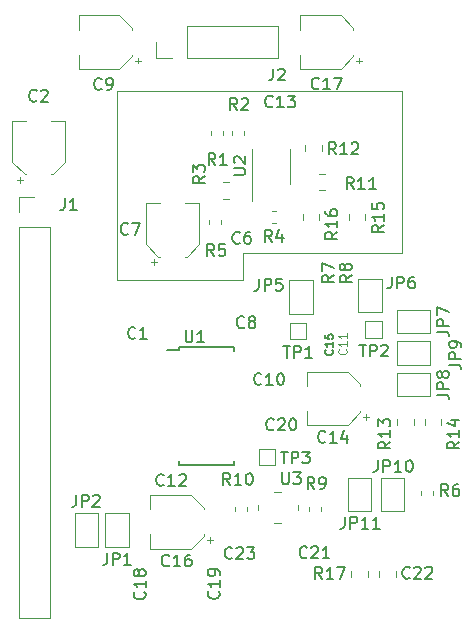
<source format=gbr>
G04 #@! TF.GenerationSoftware,KiCad,Pcbnew,(5.1.5)-3*
G04 #@! TF.CreationDate,2020-09-08T23:30:12-05:00*
G04 #@! TF.ProjectId,video-transceiver,76696465-6f2d-4747-9261-6e7363656976,rev?*
G04 #@! TF.SameCoordinates,Original*
G04 #@! TF.FileFunction,Legend,Top*
G04 #@! TF.FilePolarity,Positive*
%FSLAX46Y46*%
G04 Gerber Fmt 4.6, Leading zero omitted, Abs format (unit mm)*
G04 Created by KiCad (PCBNEW (5.1.5)-3) date 2020-09-08 23:30:12*
%MOMM*%
%LPD*%
G04 APERTURE LIST*
%ADD10C,0.120000*%
%ADD11C,0.150000*%
%ADD12C,0.125000*%
G04 APERTURE END LIST*
D10*
X134366000Y-65532000D02*
X136144000Y-65532000D01*
X134366000Y-81534000D02*
X134366000Y-65532000D01*
X145034000Y-81534000D02*
X134366000Y-81534000D01*
X145034000Y-79248000D02*
X145034000Y-81534000D01*
X158496000Y-79248000D02*
X145034000Y-79248000D01*
X158496000Y-65532000D02*
X158496000Y-79248000D01*
X136144000Y-65532000D02*
X158496000Y-65532000D01*
X144420000Y-100777221D02*
X144420000Y-101102779D01*
X145440000Y-100777221D02*
X145440000Y-101102779D01*
X149057000Y-71945500D02*
X149057000Y-70445500D01*
X149057000Y-71945500D02*
X149057000Y-73445500D01*
X145837000Y-71945500D02*
X145837000Y-70445500D01*
X145837000Y-71945500D02*
X145837000Y-74870500D01*
X158718760Y-98305160D02*
X158718760Y-101105160D01*
X158718760Y-101105160D02*
X156718760Y-101105160D01*
X156718760Y-101105160D02*
X156718760Y-98305160D01*
X156718760Y-98305160D02*
X158718760Y-98305160D01*
X136147000Y-63223500D02*
X136147000Y-62723500D01*
X136397000Y-62973500D02*
X135897000Y-62973500D01*
X135657000Y-60217937D02*
X134592563Y-59153500D01*
X135657000Y-62609063D02*
X134592563Y-63673500D01*
X135657000Y-62609063D02*
X135657000Y-62473500D01*
X135657000Y-60217937D02*
X135657000Y-60353500D01*
X134592563Y-59153500D02*
X131137000Y-59153500D01*
X134592563Y-63673500D02*
X131137000Y-63673500D01*
X131137000Y-63673500D02*
X131137000Y-62473500D01*
X131137000Y-59153500D02*
X131137000Y-60353500D01*
X160137380Y-99751099D02*
X160137380Y-99425541D01*
X161157380Y-99751099D02*
X161157380Y-99425541D01*
X155653080Y-106165702D02*
X155653080Y-106682858D01*
X154233080Y-106165702D02*
X154233080Y-106682858D01*
X154001400Y-76496678D02*
X154001400Y-75979522D01*
X155421400Y-76496678D02*
X155421400Y-75979522D01*
X160435220Y-93297242D02*
X160435220Y-93814398D01*
X161855220Y-93297242D02*
X161855220Y-93814398D01*
X151535200Y-76471278D02*
X151535200Y-75954122D01*
X150115200Y-76471278D02*
X150115200Y-75954122D01*
X158088260Y-93837018D02*
X158088260Y-93319862D01*
X159508260Y-93837018D02*
X159508260Y-93319862D01*
X142187200Y-76481721D02*
X142187200Y-76807279D01*
X143207200Y-76481721D02*
X143207200Y-76807279D01*
X148987000Y-84394500D02*
X148987000Y-81594500D01*
X148987000Y-81594500D02*
X150987000Y-81594500D01*
X150987000Y-81594500D02*
X150987000Y-84394500D01*
X150987000Y-84394500D02*
X148987000Y-84394500D01*
X160934860Y-84064600D02*
X160934860Y-86064600D01*
X158134860Y-84064600D02*
X160934860Y-84064600D01*
X158134860Y-86064600D02*
X158134860Y-84064600D01*
X160934860Y-86064600D02*
X158134860Y-86064600D01*
X125952000Y-73108000D02*
X126452000Y-73108000D01*
X126202000Y-73358000D02*
X126202000Y-72858000D01*
X128957563Y-72618000D02*
X130022000Y-71553563D01*
X126566437Y-72618000D02*
X125502000Y-71553563D01*
X126566437Y-72618000D02*
X126702000Y-72618000D01*
X128957563Y-72618000D02*
X128822000Y-72618000D01*
X130022000Y-71553563D02*
X130022000Y-68098000D01*
X125502000Y-71553563D02*
X125502000Y-68098000D01*
X125502000Y-68098000D02*
X126702000Y-68098000D01*
X130022000Y-68098000D02*
X128822000Y-68098000D01*
X137280400Y-80067600D02*
X137780400Y-80067600D01*
X137530400Y-80317600D02*
X137530400Y-79817600D01*
X140285963Y-79577600D02*
X141350400Y-78513163D01*
X137894837Y-79577600D02*
X136830400Y-78513163D01*
X137894837Y-79577600D02*
X138030400Y-79577600D01*
X140285963Y-79577600D02*
X140150400Y-79577600D01*
X141350400Y-78513163D02*
X141350400Y-75057600D01*
X136830400Y-78513163D02*
X136830400Y-75057600D01*
X136830400Y-75057600D02*
X138030400Y-75057600D01*
X141350400Y-75057600D02*
X140150400Y-75057600D01*
X150457500Y-89319700D02*
X150457500Y-90519700D01*
X150457500Y-93839700D02*
X150457500Y-92639700D01*
X153913063Y-93839700D02*
X150457500Y-93839700D01*
X153913063Y-89319700D02*
X150457500Y-89319700D01*
X154977500Y-90384137D02*
X154977500Y-90519700D01*
X154977500Y-92775263D02*
X154977500Y-92639700D01*
X154977500Y-92775263D02*
X153913063Y-93839700D01*
X154977500Y-90384137D02*
X153913063Y-89319700D01*
X155717500Y-93139700D02*
X155217500Y-93139700D01*
X155467500Y-93389700D02*
X155467500Y-92889700D01*
X137227500Y-99784500D02*
X137227500Y-100984500D01*
X137227500Y-104304500D02*
X137227500Y-103104500D01*
X140683063Y-104304500D02*
X137227500Y-104304500D01*
X140683063Y-99784500D02*
X137227500Y-99784500D01*
X141747500Y-100848937D02*
X141747500Y-100984500D01*
X141747500Y-103240063D02*
X141747500Y-103104500D01*
X141747500Y-103240063D02*
X140683063Y-104304500D01*
X141747500Y-100848937D02*
X140683063Y-99784500D01*
X142487500Y-103604500D02*
X141987500Y-103604500D01*
X142237500Y-103854500D02*
X142237500Y-103354500D01*
X149869500Y-59153500D02*
X149869500Y-60353500D01*
X149869500Y-63673500D02*
X149869500Y-62473500D01*
X153325063Y-63673500D02*
X149869500Y-63673500D01*
X153325063Y-59153500D02*
X149869500Y-59153500D01*
X154389500Y-60217937D02*
X154389500Y-60353500D01*
X154389500Y-62609063D02*
X154389500Y-62473500D01*
X154389500Y-62609063D02*
X153325063Y-63673500D01*
X154389500Y-60217937D02*
X153325063Y-59153500D01*
X155129500Y-62973500D02*
X154629500Y-62973500D01*
X154879500Y-63223500D02*
X154879500Y-62723500D01*
X158002580Y-106165702D02*
X158002580Y-106682858D01*
X156582580Y-106165702D02*
X156582580Y-106682858D01*
X142365000Y-69250779D02*
X142365000Y-68925221D01*
X143385000Y-69250779D02*
X143385000Y-68925221D01*
X144143000Y-69250779D02*
X144143000Y-68925221D01*
X145163000Y-69250779D02*
X145163000Y-68925221D01*
X143895578Y-74687500D02*
X143378422Y-74687500D01*
X143895578Y-73267500D02*
X143378422Y-73267500D01*
X147538221Y-75753500D02*
X147863779Y-75753500D01*
X147538221Y-76773500D02*
X147863779Y-76773500D01*
X150660000Y-100789721D02*
X150660000Y-101115279D01*
X151680000Y-100789721D02*
X151680000Y-101115279D01*
D11*
X139684000Y-87263788D02*
X139684000Y-87488788D01*
X144334000Y-87263788D02*
X144334000Y-87588788D01*
X144334000Y-97213788D02*
X144334000Y-96888788D01*
X139684000Y-97213788D02*
X139684000Y-96888788D01*
X139684000Y-87263788D02*
X144334000Y-87263788D01*
X139684000Y-97213788D02*
X144334000Y-97213788D01*
X139684000Y-87488788D02*
X138609000Y-87488788D01*
D10*
X147998500Y-62743500D02*
X147998500Y-60083500D01*
X140318500Y-62743500D02*
X147998500Y-62743500D01*
X140318500Y-60083500D02*
X147998500Y-60083500D01*
X140318500Y-62743500D02*
X140318500Y-60083500D01*
X139048500Y-62743500D02*
X137718500Y-62743500D01*
X137718500Y-62743500D02*
X137718500Y-61413500D01*
X147790000Y-95840000D02*
X147790000Y-97240000D01*
X147790000Y-97240000D02*
X146390000Y-97240000D01*
X146390000Y-97240000D02*
X146390000Y-95840000D01*
X146390000Y-95840000D02*
X147790000Y-95840000D01*
X126070000Y-110190000D02*
X128730000Y-110190000D01*
X126070000Y-77110000D02*
X126070000Y-110190000D01*
X128730000Y-77110000D02*
X128730000Y-110190000D01*
X126070000Y-77110000D02*
X128730000Y-77110000D01*
X126070000Y-75840000D02*
X126070000Y-74510000D01*
X126070000Y-74510000D02*
X127400000Y-74510000D01*
X150435540Y-86574860D02*
X149035540Y-86574860D01*
X149035540Y-86574860D02*
X149035540Y-85174860D01*
X149035540Y-85174860D02*
X150435540Y-85174860D01*
X150435540Y-85174860D02*
X150435540Y-86574860D01*
X155421100Y-86430080D02*
X155421100Y-85030080D01*
X156821100Y-86430080D02*
X155421100Y-86430080D01*
X156821100Y-85030080D02*
X156821100Y-86430080D01*
X155421100Y-85030080D02*
X156821100Y-85030080D01*
X135410500Y-101324720D02*
X135410500Y-104124720D01*
X135410500Y-104124720D02*
X133410500Y-104124720D01*
X133410500Y-104124720D02*
X133410500Y-101324720D01*
X133410500Y-101324720D02*
X135410500Y-101324720D01*
X154829000Y-84252500D02*
X154829000Y-81452500D01*
X154829000Y-81452500D02*
X156829000Y-81452500D01*
X156829000Y-81452500D02*
X156829000Y-84252500D01*
X156829000Y-84252500D02*
X154829000Y-84252500D01*
X160912000Y-89413840D02*
X160912000Y-91413840D01*
X158112000Y-89413840D02*
X160912000Y-89413840D01*
X158112000Y-91413840D02*
X158112000Y-89413840D01*
X160912000Y-91413840D02*
X158112000Y-91413840D01*
X160912000Y-86726520D02*
X160912000Y-88726520D01*
X158112000Y-86726520D02*
X160912000Y-86726520D01*
X158112000Y-88726520D02*
X158112000Y-86726520D01*
X160912000Y-88726520D02*
X158112000Y-88726520D01*
X153937460Y-98317860D02*
X155937460Y-98317860D01*
X153937460Y-101117860D02*
X153937460Y-98317860D01*
X155937460Y-101117860D02*
X153937460Y-101117860D01*
X155937460Y-98317860D02*
X155937460Y-101117860D01*
X130800000Y-101322180D02*
X132800000Y-101322180D01*
X130800000Y-104122180D02*
X130800000Y-101322180D01*
X132800000Y-104122180D02*
X130800000Y-104122180D01*
X132800000Y-101322180D02*
X132800000Y-104122180D01*
X151475942Y-73961060D02*
X151993098Y-73961060D01*
X151475942Y-72541060D02*
X151993098Y-72541060D01*
X151713000Y-70099422D02*
X151713000Y-70616578D01*
X150293000Y-70099422D02*
X150293000Y-70616578D01*
X146290000Y-101070000D02*
X146290000Y-100570000D01*
X148290000Y-102170000D02*
X147690000Y-102170000D01*
X148290000Y-99470000D02*
X147690000Y-99470000D01*
X149690000Y-101070000D02*
X149690000Y-100570000D01*
D11*
X143967142Y-98902380D02*
X143633809Y-98426190D01*
X143395714Y-98902380D02*
X143395714Y-97902380D01*
X143776666Y-97902380D01*
X143871904Y-97950000D01*
X143919523Y-97997619D01*
X143967142Y-98092857D01*
X143967142Y-98235714D01*
X143919523Y-98330952D01*
X143871904Y-98378571D01*
X143776666Y-98426190D01*
X143395714Y-98426190D01*
X144919523Y-98902380D02*
X144348095Y-98902380D01*
X144633809Y-98902380D02*
X144633809Y-97902380D01*
X144538571Y-98045238D01*
X144443333Y-98140476D01*
X144348095Y-98188095D01*
X145538571Y-97902380D02*
X145633809Y-97902380D01*
X145729047Y-97950000D01*
X145776666Y-97997619D01*
X145824285Y-98092857D01*
X145871904Y-98283333D01*
X145871904Y-98521428D01*
X145824285Y-98711904D01*
X145776666Y-98807142D01*
X145729047Y-98854761D01*
X145633809Y-98902380D01*
X145538571Y-98902380D01*
X145443333Y-98854761D01*
X145395714Y-98807142D01*
X145348095Y-98711904D01*
X145300476Y-98521428D01*
X145300476Y-98283333D01*
X145348095Y-98092857D01*
X145395714Y-97997619D01*
X145443333Y-97950000D01*
X145538571Y-97902380D01*
X144262380Y-72651904D02*
X145071904Y-72651904D01*
X145167142Y-72604285D01*
X145214761Y-72556666D01*
X145262380Y-72461428D01*
X145262380Y-72270952D01*
X145214761Y-72175714D01*
X145167142Y-72128095D01*
X145071904Y-72080476D01*
X144262380Y-72080476D01*
X144357619Y-71651904D02*
X144310000Y-71604285D01*
X144262380Y-71509047D01*
X144262380Y-71270952D01*
X144310000Y-71175714D01*
X144357619Y-71128095D01*
X144452857Y-71080476D01*
X144548095Y-71080476D01*
X144690952Y-71128095D01*
X145262380Y-71699523D01*
X145262380Y-71080476D01*
X156470476Y-96812380D02*
X156470476Y-97526666D01*
X156422857Y-97669523D01*
X156327619Y-97764761D01*
X156184761Y-97812380D01*
X156089523Y-97812380D01*
X156946666Y-97812380D02*
X156946666Y-96812380D01*
X157327619Y-96812380D01*
X157422857Y-96860000D01*
X157470476Y-96907619D01*
X157518095Y-97002857D01*
X157518095Y-97145714D01*
X157470476Y-97240952D01*
X157422857Y-97288571D01*
X157327619Y-97336190D01*
X156946666Y-97336190D01*
X158470476Y-97812380D02*
X157899047Y-97812380D01*
X158184761Y-97812380D02*
X158184761Y-96812380D01*
X158089523Y-96955238D01*
X157994285Y-97050476D01*
X157899047Y-97098095D01*
X159089523Y-96812380D02*
X159184761Y-96812380D01*
X159280000Y-96860000D01*
X159327619Y-96907619D01*
X159375238Y-97002857D01*
X159422857Y-97193333D01*
X159422857Y-97431428D01*
X159375238Y-97621904D01*
X159327619Y-97717142D01*
X159280000Y-97764761D01*
X159184761Y-97812380D01*
X159089523Y-97812380D01*
X158994285Y-97764761D01*
X158946666Y-97717142D01*
X158899047Y-97621904D01*
X158851428Y-97431428D01*
X158851428Y-97193333D01*
X158899047Y-97002857D01*
X158946666Y-96907619D01*
X158994285Y-96860000D01*
X159089523Y-96812380D01*
X133083333Y-65357142D02*
X133035714Y-65404761D01*
X132892857Y-65452380D01*
X132797619Y-65452380D01*
X132654761Y-65404761D01*
X132559523Y-65309523D01*
X132511904Y-65214285D01*
X132464285Y-65023809D01*
X132464285Y-64880952D01*
X132511904Y-64690476D01*
X132559523Y-64595238D01*
X132654761Y-64500000D01*
X132797619Y-64452380D01*
X132892857Y-64452380D01*
X133035714Y-64500000D01*
X133083333Y-64547619D01*
X133559523Y-65452380D02*
X133750000Y-65452380D01*
X133845238Y-65404761D01*
X133892857Y-65357142D01*
X133988095Y-65214285D01*
X134035714Y-65023809D01*
X134035714Y-64642857D01*
X133988095Y-64547619D01*
X133940476Y-64500000D01*
X133845238Y-64452380D01*
X133654761Y-64452380D01*
X133559523Y-64500000D01*
X133511904Y-64547619D01*
X133464285Y-64642857D01*
X133464285Y-64880952D01*
X133511904Y-64976190D01*
X133559523Y-65023809D01*
X133654761Y-65071428D01*
X133845238Y-65071428D01*
X133940476Y-65023809D01*
X133988095Y-64976190D01*
X134035714Y-64880952D01*
X162433333Y-99852380D02*
X162100000Y-99376190D01*
X161861904Y-99852380D02*
X161861904Y-98852380D01*
X162242857Y-98852380D01*
X162338095Y-98900000D01*
X162385714Y-98947619D01*
X162433333Y-99042857D01*
X162433333Y-99185714D01*
X162385714Y-99280952D01*
X162338095Y-99328571D01*
X162242857Y-99376190D01*
X161861904Y-99376190D01*
X163290476Y-98852380D02*
X163100000Y-98852380D01*
X163004761Y-98900000D01*
X162957142Y-98947619D01*
X162861904Y-99090476D01*
X162814285Y-99280952D01*
X162814285Y-99661904D01*
X162861904Y-99757142D01*
X162909523Y-99804761D01*
X163004761Y-99852380D01*
X163195238Y-99852380D01*
X163290476Y-99804761D01*
X163338095Y-99757142D01*
X163385714Y-99661904D01*
X163385714Y-99423809D01*
X163338095Y-99328571D01*
X163290476Y-99280952D01*
X163195238Y-99233333D01*
X163004761Y-99233333D01*
X162909523Y-99280952D01*
X162861904Y-99328571D01*
X162814285Y-99423809D01*
X151767142Y-106882380D02*
X151433809Y-106406190D01*
X151195714Y-106882380D02*
X151195714Y-105882380D01*
X151576666Y-105882380D01*
X151671904Y-105930000D01*
X151719523Y-105977619D01*
X151767142Y-106072857D01*
X151767142Y-106215714D01*
X151719523Y-106310952D01*
X151671904Y-106358571D01*
X151576666Y-106406190D01*
X151195714Y-106406190D01*
X152719523Y-106882380D02*
X152148095Y-106882380D01*
X152433809Y-106882380D02*
X152433809Y-105882380D01*
X152338571Y-106025238D01*
X152243333Y-106120476D01*
X152148095Y-106168095D01*
X153052857Y-105882380D02*
X153719523Y-105882380D01*
X153290952Y-106882380D01*
X156992380Y-76912857D02*
X156516190Y-77246190D01*
X156992380Y-77484285D02*
X155992380Y-77484285D01*
X155992380Y-77103333D01*
X156040000Y-77008095D01*
X156087619Y-76960476D01*
X156182857Y-76912857D01*
X156325714Y-76912857D01*
X156420952Y-76960476D01*
X156468571Y-77008095D01*
X156516190Y-77103333D01*
X156516190Y-77484285D01*
X156992380Y-75960476D02*
X156992380Y-76531904D01*
X156992380Y-76246190D02*
X155992380Y-76246190D01*
X156135238Y-76341428D01*
X156230476Y-76436666D01*
X156278095Y-76531904D01*
X155992380Y-75055714D02*
X155992380Y-75531904D01*
X156468571Y-75579523D01*
X156420952Y-75531904D01*
X156373333Y-75436666D01*
X156373333Y-75198571D01*
X156420952Y-75103333D01*
X156468571Y-75055714D01*
X156563809Y-75008095D01*
X156801904Y-75008095D01*
X156897142Y-75055714D01*
X156944761Y-75103333D01*
X156992380Y-75198571D01*
X156992380Y-75436666D01*
X156944761Y-75531904D01*
X156897142Y-75579523D01*
X163372380Y-95242857D02*
X162896190Y-95576190D01*
X163372380Y-95814285D02*
X162372380Y-95814285D01*
X162372380Y-95433333D01*
X162420000Y-95338095D01*
X162467619Y-95290476D01*
X162562857Y-95242857D01*
X162705714Y-95242857D01*
X162800952Y-95290476D01*
X162848571Y-95338095D01*
X162896190Y-95433333D01*
X162896190Y-95814285D01*
X163372380Y-94290476D02*
X163372380Y-94861904D01*
X163372380Y-94576190D02*
X162372380Y-94576190D01*
X162515238Y-94671428D01*
X162610476Y-94766666D01*
X162658095Y-94861904D01*
X162705714Y-93433333D02*
X163372380Y-93433333D01*
X162324761Y-93671428D02*
X163039047Y-93909523D01*
X163039047Y-93290476D01*
X153042380Y-77482857D02*
X152566190Y-77816190D01*
X153042380Y-78054285D02*
X152042380Y-78054285D01*
X152042380Y-77673333D01*
X152090000Y-77578095D01*
X152137619Y-77530476D01*
X152232857Y-77482857D01*
X152375714Y-77482857D01*
X152470952Y-77530476D01*
X152518571Y-77578095D01*
X152566190Y-77673333D01*
X152566190Y-78054285D01*
X153042380Y-76530476D02*
X153042380Y-77101904D01*
X153042380Y-76816190D02*
X152042380Y-76816190D01*
X152185238Y-76911428D01*
X152280476Y-77006666D01*
X152328095Y-77101904D01*
X152042380Y-75673333D02*
X152042380Y-75863809D01*
X152090000Y-75959047D01*
X152137619Y-76006666D01*
X152280476Y-76101904D01*
X152470952Y-76149523D01*
X152851904Y-76149523D01*
X152947142Y-76101904D01*
X152994761Y-76054285D01*
X153042380Y-75959047D01*
X153042380Y-75768571D01*
X152994761Y-75673333D01*
X152947142Y-75625714D01*
X152851904Y-75578095D01*
X152613809Y-75578095D01*
X152518571Y-75625714D01*
X152470952Y-75673333D01*
X152423333Y-75768571D01*
X152423333Y-75959047D01*
X152470952Y-76054285D01*
X152518571Y-76101904D01*
X152613809Y-76149523D01*
X157532380Y-95242857D02*
X157056190Y-95576190D01*
X157532380Y-95814285D02*
X156532380Y-95814285D01*
X156532380Y-95433333D01*
X156580000Y-95338095D01*
X156627619Y-95290476D01*
X156722857Y-95242857D01*
X156865714Y-95242857D01*
X156960952Y-95290476D01*
X157008571Y-95338095D01*
X157056190Y-95433333D01*
X157056190Y-95814285D01*
X157532380Y-94290476D02*
X157532380Y-94861904D01*
X157532380Y-94576190D02*
X156532380Y-94576190D01*
X156675238Y-94671428D01*
X156770476Y-94766666D01*
X156818095Y-94861904D01*
X156532380Y-93957142D02*
X156532380Y-93338095D01*
X156913333Y-93671428D01*
X156913333Y-93528571D01*
X156960952Y-93433333D01*
X157008571Y-93385714D01*
X157103809Y-93338095D01*
X157341904Y-93338095D01*
X157437142Y-93385714D01*
X157484761Y-93433333D01*
X157532380Y-93528571D01*
X157532380Y-93814285D01*
X157484761Y-93909523D01*
X157437142Y-93957142D01*
X142619433Y-79509880D02*
X142286100Y-79033690D01*
X142048004Y-79509880D02*
X142048004Y-78509880D01*
X142428957Y-78509880D01*
X142524195Y-78557500D01*
X142571814Y-78605119D01*
X142619433Y-78700357D01*
X142619433Y-78843214D01*
X142571814Y-78938452D01*
X142524195Y-78986071D01*
X142428957Y-79033690D01*
X142048004Y-79033690D01*
X143524195Y-78509880D02*
X143048004Y-78509880D01*
X143000385Y-78986071D01*
X143048004Y-78938452D01*
X143143242Y-78890833D01*
X143381338Y-78890833D01*
X143476576Y-78938452D01*
X143524195Y-78986071D01*
X143571814Y-79081309D01*
X143571814Y-79319404D01*
X143524195Y-79414642D01*
X143476576Y-79462261D01*
X143381338Y-79509880D01*
X143143242Y-79509880D01*
X143048004Y-79462261D01*
X143000385Y-79414642D01*
D12*
X153770140Y-87419600D02*
X153803473Y-87452933D01*
X153836806Y-87552933D01*
X153836806Y-87619600D01*
X153803473Y-87719600D01*
X153736806Y-87786266D01*
X153670140Y-87819600D01*
X153536806Y-87852933D01*
X153436806Y-87852933D01*
X153303473Y-87819600D01*
X153236806Y-87786266D01*
X153170140Y-87719600D01*
X153136806Y-87619600D01*
X153136806Y-87552933D01*
X153170140Y-87452933D01*
X153203473Y-87419600D01*
X153836806Y-86752933D02*
X153836806Y-87152933D01*
X153836806Y-86952933D02*
X153136806Y-86952933D01*
X153236806Y-87019600D01*
X153303473Y-87086266D01*
X153336806Y-87152933D01*
X153836806Y-86086266D02*
X153836806Y-86486266D01*
X153836806Y-86286266D02*
X153136806Y-86286266D01*
X153236806Y-86352933D01*
X153303473Y-86419600D01*
X153336806Y-86486266D01*
D11*
X144127142Y-105077142D02*
X144079523Y-105124761D01*
X143936666Y-105172380D01*
X143841428Y-105172380D01*
X143698571Y-105124761D01*
X143603333Y-105029523D01*
X143555714Y-104934285D01*
X143508095Y-104743809D01*
X143508095Y-104600952D01*
X143555714Y-104410476D01*
X143603333Y-104315238D01*
X143698571Y-104220000D01*
X143841428Y-104172380D01*
X143936666Y-104172380D01*
X144079523Y-104220000D01*
X144127142Y-104267619D01*
X144508095Y-104267619D02*
X144555714Y-104220000D01*
X144650952Y-104172380D01*
X144889047Y-104172380D01*
X144984285Y-104220000D01*
X145031904Y-104267619D01*
X145079523Y-104362857D01*
X145079523Y-104458095D01*
X145031904Y-104600952D01*
X144460476Y-105172380D01*
X145079523Y-105172380D01*
X145412857Y-104172380D02*
X146031904Y-104172380D01*
X145698571Y-104553333D01*
X145841428Y-104553333D01*
X145936666Y-104600952D01*
X145984285Y-104648571D01*
X146031904Y-104743809D01*
X146031904Y-104981904D01*
X145984285Y-105077142D01*
X145936666Y-105124761D01*
X145841428Y-105172380D01*
X145555714Y-105172380D01*
X145460476Y-105124761D01*
X145412857Y-105077142D01*
X146406666Y-81452380D02*
X146406666Y-82166666D01*
X146359047Y-82309523D01*
X146263809Y-82404761D01*
X146120952Y-82452380D01*
X146025714Y-82452380D01*
X146882857Y-82452380D02*
X146882857Y-81452380D01*
X147263809Y-81452380D01*
X147359047Y-81500000D01*
X147406666Y-81547619D01*
X147454285Y-81642857D01*
X147454285Y-81785714D01*
X147406666Y-81880952D01*
X147359047Y-81928571D01*
X147263809Y-81976190D01*
X146882857Y-81976190D01*
X148359047Y-81452380D02*
X147882857Y-81452380D01*
X147835238Y-81928571D01*
X147882857Y-81880952D01*
X147978095Y-81833333D01*
X148216190Y-81833333D01*
X148311428Y-81880952D01*
X148359047Y-81928571D01*
X148406666Y-82023809D01*
X148406666Y-82261904D01*
X148359047Y-82357142D01*
X148311428Y-82404761D01*
X148216190Y-82452380D01*
X147978095Y-82452380D01*
X147882857Y-82404761D01*
X147835238Y-82357142D01*
X161504380Y-85923333D02*
X162218666Y-85923333D01*
X162361523Y-85970952D01*
X162456761Y-86066190D01*
X162504380Y-86209047D01*
X162504380Y-86304285D01*
X162504380Y-85447142D02*
X161504380Y-85447142D01*
X161504380Y-85066190D01*
X161552000Y-84970952D01*
X161599619Y-84923333D01*
X161694857Y-84875714D01*
X161837714Y-84875714D01*
X161932952Y-84923333D01*
X161980571Y-84970952D01*
X162028190Y-85066190D01*
X162028190Y-85447142D01*
X161504380Y-84542380D02*
X161504380Y-83875714D01*
X162504380Y-84304285D01*
X135953333Y-86447142D02*
X135905714Y-86494761D01*
X135762857Y-86542380D01*
X135667619Y-86542380D01*
X135524761Y-86494761D01*
X135429523Y-86399523D01*
X135381904Y-86304285D01*
X135334285Y-86113809D01*
X135334285Y-85970952D01*
X135381904Y-85780476D01*
X135429523Y-85685238D01*
X135524761Y-85590000D01*
X135667619Y-85542380D01*
X135762857Y-85542380D01*
X135905714Y-85590000D01*
X135953333Y-85637619D01*
X136905714Y-86542380D02*
X136334285Y-86542380D01*
X136620000Y-86542380D02*
X136620000Y-85542380D01*
X136524761Y-85685238D01*
X136429523Y-85780476D01*
X136334285Y-85828095D01*
X127583333Y-66357142D02*
X127535714Y-66404761D01*
X127392857Y-66452380D01*
X127297619Y-66452380D01*
X127154761Y-66404761D01*
X127059523Y-66309523D01*
X127011904Y-66214285D01*
X126964285Y-66023809D01*
X126964285Y-65880952D01*
X127011904Y-65690476D01*
X127059523Y-65595238D01*
X127154761Y-65500000D01*
X127297619Y-65452380D01*
X127392857Y-65452380D01*
X127535714Y-65500000D01*
X127583333Y-65547619D01*
X127964285Y-65547619D02*
X128011904Y-65500000D01*
X128107142Y-65452380D01*
X128345238Y-65452380D01*
X128440476Y-65500000D01*
X128488095Y-65547619D01*
X128535714Y-65642857D01*
X128535714Y-65738095D01*
X128488095Y-65880952D01*
X127916666Y-66452380D01*
X128535714Y-66452380D01*
X144791133Y-78385942D02*
X144743514Y-78433561D01*
X144600657Y-78481180D01*
X144505419Y-78481180D01*
X144362561Y-78433561D01*
X144267323Y-78338323D01*
X144219704Y-78243085D01*
X144172085Y-78052609D01*
X144172085Y-77909752D01*
X144219704Y-77719276D01*
X144267323Y-77624038D01*
X144362561Y-77528800D01*
X144505419Y-77481180D01*
X144600657Y-77481180D01*
X144743514Y-77528800D01*
X144791133Y-77576419D01*
X145648276Y-77481180D02*
X145457800Y-77481180D01*
X145362561Y-77528800D01*
X145314942Y-77576419D01*
X145219704Y-77719276D01*
X145172085Y-77909752D01*
X145172085Y-78290704D01*
X145219704Y-78385942D01*
X145267323Y-78433561D01*
X145362561Y-78481180D01*
X145553038Y-78481180D01*
X145648276Y-78433561D01*
X145695895Y-78385942D01*
X145743514Y-78290704D01*
X145743514Y-78052609D01*
X145695895Y-77957371D01*
X145648276Y-77909752D01*
X145553038Y-77862133D01*
X145362561Y-77862133D01*
X145267323Y-77909752D01*
X145219704Y-77957371D01*
X145172085Y-78052609D01*
X135313333Y-77627142D02*
X135265714Y-77674761D01*
X135122857Y-77722380D01*
X135027619Y-77722380D01*
X134884761Y-77674761D01*
X134789523Y-77579523D01*
X134741904Y-77484285D01*
X134694285Y-77293809D01*
X134694285Y-77150952D01*
X134741904Y-76960476D01*
X134789523Y-76865238D01*
X134884761Y-76770000D01*
X135027619Y-76722380D01*
X135122857Y-76722380D01*
X135265714Y-76770000D01*
X135313333Y-76817619D01*
X135646666Y-76722380D02*
X136313333Y-76722380D01*
X135884761Y-77722380D01*
X145153333Y-85537142D02*
X145105714Y-85584761D01*
X144962857Y-85632380D01*
X144867619Y-85632380D01*
X144724761Y-85584761D01*
X144629523Y-85489523D01*
X144581904Y-85394285D01*
X144534285Y-85203809D01*
X144534285Y-85060952D01*
X144581904Y-84870476D01*
X144629523Y-84775238D01*
X144724761Y-84680000D01*
X144867619Y-84632380D01*
X144962857Y-84632380D01*
X145105714Y-84680000D01*
X145153333Y-84727619D01*
X145724761Y-85060952D02*
X145629523Y-85013333D01*
X145581904Y-84965714D01*
X145534285Y-84870476D01*
X145534285Y-84822857D01*
X145581904Y-84727619D01*
X145629523Y-84680000D01*
X145724761Y-84632380D01*
X145915238Y-84632380D01*
X146010476Y-84680000D01*
X146058095Y-84727619D01*
X146105714Y-84822857D01*
X146105714Y-84870476D01*
X146058095Y-84965714D01*
X146010476Y-85013333D01*
X145915238Y-85060952D01*
X145724761Y-85060952D01*
X145629523Y-85108571D01*
X145581904Y-85156190D01*
X145534285Y-85251428D01*
X145534285Y-85441904D01*
X145581904Y-85537142D01*
X145629523Y-85584761D01*
X145724761Y-85632380D01*
X145915238Y-85632380D01*
X146010476Y-85584761D01*
X146058095Y-85537142D01*
X146105714Y-85441904D01*
X146105714Y-85251428D01*
X146058095Y-85156190D01*
X146010476Y-85108571D01*
X145915238Y-85060952D01*
X146607142Y-90347142D02*
X146559523Y-90394761D01*
X146416666Y-90442380D01*
X146321428Y-90442380D01*
X146178571Y-90394761D01*
X146083333Y-90299523D01*
X146035714Y-90204285D01*
X145988095Y-90013809D01*
X145988095Y-89870952D01*
X146035714Y-89680476D01*
X146083333Y-89585238D01*
X146178571Y-89490000D01*
X146321428Y-89442380D01*
X146416666Y-89442380D01*
X146559523Y-89490000D01*
X146607142Y-89537619D01*
X147559523Y-90442380D02*
X146988095Y-90442380D01*
X147273809Y-90442380D02*
X147273809Y-89442380D01*
X147178571Y-89585238D01*
X147083333Y-89680476D01*
X146988095Y-89728095D01*
X148178571Y-89442380D02*
X148273809Y-89442380D01*
X148369047Y-89490000D01*
X148416666Y-89537619D01*
X148464285Y-89632857D01*
X148511904Y-89823333D01*
X148511904Y-90061428D01*
X148464285Y-90251904D01*
X148416666Y-90347142D01*
X148369047Y-90394761D01*
X148273809Y-90442380D01*
X148178571Y-90442380D01*
X148083333Y-90394761D01*
X148035714Y-90347142D01*
X147988095Y-90251904D01*
X147940476Y-90061428D01*
X147940476Y-89823333D01*
X147988095Y-89632857D01*
X148035714Y-89537619D01*
X148083333Y-89490000D01*
X148178571Y-89442380D01*
X138337142Y-98887142D02*
X138289523Y-98934761D01*
X138146666Y-98982380D01*
X138051428Y-98982380D01*
X137908571Y-98934761D01*
X137813333Y-98839523D01*
X137765714Y-98744285D01*
X137718095Y-98553809D01*
X137718095Y-98410952D01*
X137765714Y-98220476D01*
X137813333Y-98125238D01*
X137908571Y-98030000D01*
X138051428Y-97982380D01*
X138146666Y-97982380D01*
X138289523Y-98030000D01*
X138337142Y-98077619D01*
X139289523Y-98982380D02*
X138718095Y-98982380D01*
X139003809Y-98982380D02*
X139003809Y-97982380D01*
X138908571Y-98125238D01*
X138813333Y-98220476D01*
X138718095Y-98268095D01*
X139670476Y-98077619D02*
X139718095Y-98030000D01*
X139813333Y-97982380D01*
X140051428Y-97982380D01*
X140146666Y-98030000D01*
X140194285Y-98077619D01*
X140241904Y-98172857D01*
X140241904Y-98268095D01*
X140194285Y-98410952D01*
X139622857Y-98982380D01*
X140241904Y-98982380D01*
X147566142Y-66841642D02*
X147518523Y-66889261D01*
X147375666Y-66936880D01*
X147280428Y-66936880D01*
X147137571Y-66889261D01*
X147042333Y-66794023D01*
X146994714Y-66698785D01*
X146947095Y-66508309D01*
X146947095Y-66365452D01*
X146994714Y-66174976D01*
X147042333Y-66079738D01*
X147137571Y-65984500D01*
X147280428Y-65936880D01*
X147375666Y-65936880D01*
X147518523Y-65984500D01*
X147566142Y-66032119D01*
X148518523Y-66936880D02*
X147947095Y-66936880D01*
X148232809Y-66936880D02*
X148232809Y-65936880D01*
X148137571Y-66079738D01*
X148042333Y-66174976D01*
X147947095Y-66222595D01*
X148851857Y-65936880D02*
X149470904Y-65936880D01*
X149137571Y-66317833D01*
X149280428Y-66317833D01*
X149375666Y-66365452D01*
X149423285Y-66413071D01*
X149470904Y-66508309D01*
X149470904Y-66746404D01*
X149423285Y-66841642D01*
X149375666Y-66889261D01*
X149280428Y-66936880D01*
X148994714Y-66936880D01*
X148899476Y-66889261D01*
X148851857Y-66841642D01*
X152037142Y-95237142D02*
X151989523Y-95284761D01*
X151846666Y-95332380D01*
X151751428Y-95332380D01*
X151608571Y-95284761D01*
X151513333Y-95189523D01*
X151465714Y-95094285D01*
X151418095Y-94903809D01*
X151418095Y-94760952D01*
X151465714Y-94570476D01*
X151513333Y-94475238D01*
X151608571Y-94380000D01*
X151751428Y-94332380D01*
X151846666Y-94332380D01*
X151989523Y-94380000D01*
X152037142Y-94427619D01*
X152989523Y-95332380D02*
X152418095Y-95332380D01*
X152703809Y-95332380D02*
X152703809Y-94332380D01*
X152608571Y-94475238D01*
X152513333Y-94570476D01*
X152418095Y-94618095D01*
X153846666Y-94665714D02*
X153846666Y-95332380D01*
X153608571Y-94284761D02*
X153370476Y-94999047D01*
X153989523Y-94999047D01*
X152629680Y-87472940D02*
X152663013Y-87506273D01*
X152696346Y-87606273D01*
X152696346Y-87672940D01*
X152663013Y-87772940D01*
X152596346Y-87839606D01*
X152529680Y-87872940D01*
X152396346Y-87906273D01*
X152296346Y-87906273D01*
X152163013Y-87872940D01*
X152096346Y-87839606D01*
X152029680Y-87772940D01*
X151996346Y-87672940D01*
X151996346Y-87606273D01*
X152029680Y-87506273D01*
X152063013Y-87472940D01*
X152696346Y-86806273D02*
X152696346Y-87206273D01*
X152696346Y-87006273D02*
X151996346Y-87006273D01*
X152096346Y-87072940D01*
X152163013Y-87139606D01*
X152196346Y-87206273D01*
X151996346Y-86172940D02*
X151996346Y-86506273D01*
X152329680Y-86539606D01*
X152296346Y-86506273D01*
X152263013Y-86439606D01*
X152263013Y-86272940D01*
X152296346Y-86206273D01*
X152329680Y-86172940D01*
X152396346Y-86139606D01*
X152563013Y-86139606D01*
X152629680Y-86172940D01*
X152663013Y-86206273D01*
X152696346Y-86272940D01*
X152696346Y-86439606D01*
X152663013Y-86506273D01*
X152629680Y-86539606D01*
X138803142Y-105703642D02*
X138755523Y-105751261D01*
X138612666Y-105798880D01*
X138517428Y-105798880D01*
X138374571Y-105751261D01*
X138279333Y-105656023D01*
X138231714Y-105560785D01*
X138184095Y-105370309D01*
X138184095Y-105227452D01*
X138231714Y-105036976D01*
X138279333Y-104941738D01*
X138374571Y-104846500D01*
X138517428Y-104798880D01*
X138612666Y-104798880D01*
X138755523Y-104846500D01*
X138803142Y-104894119D01*
X139755523Y-105798880D02*
X139184095Y-105798880D01*
X139469809Y-105798880D02*
X139469809Y-104798880D01*
X139374571Y-104941738D01*
X139279333Y-105036976D01*
X139184095Y-105084595D01*
X140612666Y-104798880D02*
X140422190Y-104798880D01*
X140326952Y-104846500D01*
X140279333Y-104894119D01*
X140184095Y-105036976D01*
X140136476Y-105227452D01*
X140136476Y-105608404D01*
X140184095Y-105703642D01*
X140231714Y-105751261D01*
X140326952Y-105798880D01*
X140517428Y-105798880D01*
X140612666Y-105751261D01*
X140660285Y-105703642D01*
X140707904Y-105608404D01*
X140707904Y-105370309D01*
X140660285Y-105275071D01*
X140612666Y-105227452D01*
X140517428Y-105179833D01*
X140326952Y-105179833D01*
X140231714Y-105227452D01*
X140184095Y-105275071D01*
X140136476Y-105370309D01*
X151486642Y-65326642D02*
X151439023Y-65374261D01*
X151296166Y-65421880D01*
X151200928Y-65421880D01*
X151058071Y-65374261D01*
X150962833Y-65279023D01*
X150915214Y-65183785D01*
X150867595Y-64993309D01*
X150867595Y-64850452D01*
X150915214Y-64659976D01*
X150962833Y-64564738D01*
X151058071Y-64469500D01*
X151200928Y-64421880D01*
X151296166Y-64421880D01*
X151439023Y-64469500D01*
X151486642Y-64517119D01*
X152439023Y-65421880D02*
X151867595Y-65421880D01*
X152153309Y-65421880D02*
X152153309Y-64421880D01*
X152058071Y-64564738D01*
X151962833Y-64659976D01*
X151867595Y-64707595D01*
X152772357Y-64421880D02*
X153439023Y-64421880D01*
X153010452Y-65421880D01*
X136717142Y-107972857D02*
X136764761Y-108020476D01*
X136812380Y-108163333D01*
X136812380Y-108258571D01*
X136764761Y-108401428D01*
X136669523Y-108496666D01*
X136574285Y-108544285D01*
X136383809Y-108591904D01*
X136240952Y-108591904D01*
X136050476Y-108544285D01*
X135955238Y-108496666D01*
X135860000Y-108401428D01*
X135812380Y-108258571D01*
X135812380Y-108163333D01*
X135860000Y-108020476D01*
X135907619Y-107972857D01*
X136812380Y-107020476D02*
X136812380Y-107591904D01*
X136812380Y-107306190D02*
X135812380Y-107306190D01*
X135955238Y-107401428D01*
X136050476Y-107496666D01*
X136098095Y-107591904D01*
X136240952Y-106449047D02*
X136193333Y-106544285D01*
X136145714Y-106591904D01*
X136050476Y-106639523D01*
X136002857Y-106639523D01*
X135907619Y-106591904D01*
X135860000Y-106544285D01*
X135812380Y-106449047D01*
X135812380Y-106258571D01*
X135860000Y-106163333D01*
X135907619Y-106115714D01*
X136002857Y-106068095D01*
X136050476Y-106068095D01*
X136145714Y-106115714D01*
X136193333Y-106163333D01*
X136240952Y-106258571D01*
X136240952Y-106449047D01*
X136288571Y-106544285D01*
X136336190Y-106591904D01*
X136431428Y-106639523D01*
X136621904Y-106639523D01*
X136717142Y-106591904D01*
X136764761Y-106544285D01*
X136812380Y-106449047D01*
X136812380Y-106258571D01*
X136764761Y-106163333D01*
X136717142Y-106115714D01*
X136621904Y-106068095D01*
X136431428Y-106068095D01*
X136336190Y-106115714D01*
X136288571Y-106163333D01*
X136240952Y-106258571D01*
X142997142Y-107922857D02*
X143044761Y-107970476D01*
X143092380Y-108113333D01*
X143092380Y-108208571D01*
X143044761Y-108351428D01*
X142949523Y-108446666D01*
X142854285Y-108494285D01*
X142663809Y-108541904D01*
X142520952Y-108541904D01*
X142330476Y-108494285D01*
X142235238Y-108446666D01*
X142140000Y-108351428D01*
X142092380Y-108208571D01*
X142092380Y-108113333D01*
X142140000Y-107970476D01*
X142187619Y-107922857D01*
X143092380Y-106970476D02*
X143092380Y-107541904D01*
X143092380Y-107256190D02*
X142092380Y-107256190D01*
X142235238Y-107351428D01*
X142330476Y-107446666D01*
X142378095Y-107541904D01*
X143092380Y-106494285D02*
X143092380Y-106303809D01*
X143044761Y-106208571D01*
X142997142Y-106160952D01*
X142854285Y-106065714D01*
X142663809Y-106018095D01*
X142282857Y-106018095D01*
X142187619Y-106065714D01*
X142140000Y-106113333D01*
X142092380Y-106208571D01*
X142092380Y-106399047D01*
X142140000Y-106494285D01*
X142187619Y-106541904D01*
X142282857Y-106589523D01*
X142520952Y-106589523D01*
X142616190Y-106541904D01*
X142663809Y-106494285D01*
X142711428Y-106399047D01*
X142711428Y-106208571D01*
X142663809Y-106113333D01*
X142616190Y-106065714D01*
X142520952Y-106018095D01*
X147654642Y-94187142D02*
X147607023Y-94234761D01*
X147464166Y-94282380D01*
X147368928Y-94282380D01*
X147226071Y-94234761D01*
X147130833Y-94139523D01*
X147083214Y-94044285D01*
X147035595Y-93853809D01*
X147035595Y-93710952D01*
X147083214Y-93520476D01*
X147130833Y-93425238D01*
X147226071Y-93330000D01*
X147368928Y-93282380D01*
X147464166Y-93282380D01*
X147607023Y-93330000D01*
X147654642Y-93377619D01*
X148035595Y-93377619D02*
X148083214Y-93330000D01*
X148178452Y-93282380D01*
X148416547Y-93282380D01*
X148511785Y-93330000D01*
X148559404Y-93377619D01*
X148607023Y-93472857D01*
X148607023Y-93568095D01*
X148559404Y-93710952D01*
X147987976Y-94282380D01*
X148607023Y-94282380D01*
X149226071Y-93282380D02*
X149321309Y-93282380D01*
X149416547Y-93330000D01*
X149464166Y-93377619D01*
X149511785Y-93472857D01*
X149559404Y-93663333D01*
X149559404Y-93901428D01*
X149511785Y-94091904D01*
X149464166Y-94187142D01*
X149416547Y-94234761D01*
X149321309Y-94282380D01*
X149226071Y-94282380D01*
X149130833Y-94234761D01*
X149083214Y-94187142D01*
X149035595Y-94091904D01*
X148987976Y-93901428D01*
X148987976Y-93663333D01*
X149035595Y-93472857D01*
X149083214Y-93377619D01*
X149130833Y-93330000D01*
X149226071Y-93282380D01*
X150467142Y-105017142D02*
X150419523Y-105064761D01*
X150276666Y-105112380D01*
X150181428Y-105112380D01*
X150038571Y-105064761D01*
X149943333Y-104969523D01*
X149895714Y-104874285D01*
X149848095Y-104683809D01*
X149848095Y-104540952D01*
X149895714Y-104350476D01*
X149943333Y-104255238D01*
X150038571Y-104160000D01*
X150181428Y-104112380D01*
X150276666Y-104112380D01*
X150419523Y-104160000D01*
X150467142Y-104207619D01*
X150848095Y-104207619D02*
X150895714Y-104160000D01*
X150990952Y-104112380D01*
X151229047Y-104112380D01*
X151324285Y-104160000D01*
X151371904Y-104207619D01*
X151419523Y-104302857D01*
X151419523Y-104398095D01*
X151371904Y-104540952D01*
X150800476Y-105112380D01*
X151419523Y-105112380D01*
X152371904Y-105112380D02*
X151800476Y-105112380D01*
X152086190Y-105112380D02*
X152086190Y-104112380D01*
X151990952Y-104255238D01*
X151895714Y-104350476D01*
X151800476Y-104398095D01*
X159177142Y-106747142D02*
X159129523Y-106794761D01*
X158986666Y-106842380D01*
X158891428Y-106842380D01*
X158748571Y-106794761D01*
X158653333Y-106699523D01*
X158605714Y-106604285D01*
X158558095Y-106413809D01*
X158558095Y-106270952D01*
X158605714Y-106080476D01*
X158653333Y-105985238D01*
X158748571Y-105890000D01*
X158891428Y-105842380D01*
X158986666Y-105842380D01*
X159129523Y-105890000D01*
X159177142Y-105937619D01*
X159558095Y-105937619D02*
X159605714Y-105890000D01*
X159700952Y-105842380D01*
X159939047Y-105842380D01*
X160034285Y-105890000D01*
X160081904Y-105937619D01*
X160129523Y-106032857D01*
X160129523Y-106128095D01*
X160081904Y-106270952D01*
X159510476Y-106842380D01*
X160129523Y-106842380D01*
X160510476Y-105937619D02*
X160558095Y-105890000D01*
X160653333Y-105842380D01*
X160891428Y-105842380D01*
X160986666Y-105890000D01*
X161034285Y-105937619D01*
X161081904Y-106032857D01*
X161081904Y-106128095D01*
X161034285Y-106270952D01*
X160462857Y-106842380D01*
X161081904Y-106842380D01*
X142713333Y-71822380D02*
X142380000Y-71346190D01*
X142141904Y-71822380D02*
X142141904Y-70822380D01*
X142522857Y-70822380D01*
X142618095Y-70870000D01*
X142665714Y-70917619D01*
X142713333Y-71012857D01*
X142713333Y-71155714D01*
X142665714Y-71250952D01*
X142618095Y-71298571D01*
X142522857Y-71346190D01*
X142141904Y-71346190D01*
X143665714Y-71822380D02*
X143094285Y-71822380D01*
X143380000Y-71822380D02*
X143380000Y-70822380D01*
X143284761Y-70965238D01*
X143189523Y-71060476D01*
X143094285Y-71108095D01*
X144573333Y-67162380D02*
X144240000Y-66686190D01*
X144001904Y-67162380D02*
X144001904Y-66162380D01*
X144382857Y-66162380D01*
X144478095Y-66210000D01*
X144525714Y-66257619D01*
X144573333Y-66352857D01*
X144573333Y-66495714D01*
X144525714Y-66590952D01*
X144478095Y-66638571D01*
X144382857Y-66686190D01*
X144001904Y-66686190D01*
X144954285Y-66257619D02*
X145001904Y-66210000D01*
X145097142Y-66162380D01*
X145335238Y-66162380D01*
X145430476Y-66210000D01*
X145478095Y-66257619D01*
X145525714Y-66352857D01*
X145525714Y-66448095D01*
X145478095Y-66590952D01*
X144906666Y-67162380D01*
X145525714Y-67162380D01*
X141816080Y-72759866D02*
X141339890Y-73093200D01*
X141816080Y-73331295D02*
X140816080Y-73331295D01*
X140816080Y-72950342D01*
X140863700Y-72855104D01*
X140911319Y-72807485D01*
X141006557Y-72759866D01*
X141149414Y-72759866D01*
X141244652Y-72807485D01*
X141292271Y-72855104D01*
X141339890Y-72950342D01*
X141339890Y-73331295D01*
X140816080Y-72426533D02*
X140816080Y-71807485D01*
X141197033Y-72140819D01*
X141197033Y-71997961D01*
X141244652Y-71902723D01*
X141292271Y-71855104D01*
X141387509Y-71807485D01*
X141625604Y-71807485D01*
X141720842Y-71855104D01*
X141768461Y-71902723D01*
X141816080Y-71997961D01*
X141816080Y-72283676D01*
X141768461Y-72378914D01*
X141720842Y-72426533D01*
X147508933Y-78328780D02*
X147175600Y-77852590D01*
X146937504Y-78328780D02*
X146937504Y-77328780D01*
X147318457Y-77328780D01*
X147413695Y-77376400D01*
X147461314Y-77424019D01*
X147508933Y-77519257D01*
X147508933Y-77662114D01*
X147461314Y-77757352D01*
X147413695Y-77804971D01*
X147318457Y-77852590D01*
X146937504Y-77852590D01*
X148366076Y-77662114D02*
X148366076Y-78328780D01*
X148127980Y-77281161D02*
X147889885Y-77995447D01*
X148508933Y-77995447D01*
X152725380Y-81129166D02*
X152249190Y-81462500D01*
X152725380Y-81700595D02*
X151725380Y-81700595D01*
X151725380Y-81319642D01*
X151773000Y-81224404D01*
X151820619Y-81176785D01*
X151915857Y-81129166D01*
X152058714Y-81129166D01*
X152153952Y-81176785D01*
X152201571Y-81224404D01*
X152249190Y-81319642D01*
X152249190Y-81700595D01*
X151725380Y-80795833D02*
X151725380Y-80129166D01*
X152725380Y-80557738D01*
X154249380Y-81129166D02*
X153773190Y-81462500D01*
X154249380Y-81700595D02*
X153249380Y-81700595D01*
X153249380Y-81319642D01*
X153297000Y-81224404D01*
X153344619Y-81176785D01*
X153439857Y-81129166D01*
X153582714Y-81129166D01*
X153677952Y-81176785D01*
X153725571Y-81224404D01*
X153773190Y-81319642D01*
X153773190Y-81700595D01*
X153677952Y-80557738D02*
X153630333Y-80652976D01*
X153582714Y-80700595D01*
X153487476Y-80748214D01*
X153439857Y-80748214D01*
X153344619Y-80700595D01*
X153297000Y-80652976D01*
X153249380Y-80557738D01*
X153249380Y-80367261D01*
X153297000Y-80272023D01*
X153344619Y-80224404D01*
X153439857Y-80176785D01*
X153487476Y-80176785D01*
X153582714Y-80224404D01*
X153630333Y-80272023D01*
X153677952Y-80367261D01*
X153677952Y-80557738D01*
X153725571Y-80652976D01*
X153773190Y-80700595D01*
X153868428Y-80748214D01*
X154058904Y-80748214D01*
X154154142Y-80700595D01*
X154201761Y-80652976D01*
X154249380Y-80557738D01*
X154249380Y-80367261D01*
X154201761Y-80272023D01*
X154154142Y-80224404D01*
X154058904Y-80176785D01*
X153868428Y-80176785D01*
X153773190Y-80224404D01*
X153725571Y-80272023D01*
X153677952Y-80367261D01*
X151103333Y-99232380D02*
X150770000Y-98756190D01*
X150531904Y-99232380D02*
X150531904Y-98232380D01*
X150912857Y-98232380D01*
X151008095Y-98280000D01*
X151055714Y-98327619D01*
X151103333Y-98422857D01*
X151103333Y-98565714D01*
X151055714Y-98660952D01*
X151008095Y-98708571D01*
X150912857Y-98756190D01*
X150531904Y-98756190D01*
X151579523Y-99232380D02*
X151770000Y-99232380D01*
X151865238Y-99184761D01*
X151912857Y-99137142D01*
X152008095Y-98994285D01*
X152055714Y-98803809D01*
X152055714Y-98422857D01*
X152008095Y-98327619D01*
X151960476Y-98280000D01*
X151865238Y-98232380D01*
X151674761Y-98232380D01*
X151579523Y-98280000D01*
X151531904Y-98327619D01*
X151484285Y-98422857D01*
X151484285Y-98660952D01*
X151531904Y-98756190D01*
X151579523Y-98803809D01*
X151674761Y-98851428D01*
X151865238Y-98851428D01*
X151960476Y-98803809D01*
X152008095Y-98756190D01*
X152055714Y-98660952D01*
X140208095Y-85812380D02*
X140208095Y-86621904D01*
X140255714Y-86717142D01*
X140303333Y-86764761D01*
X140398571Y-86812380D01*
X140589047Y-86812380D01*
X140684285Y-86764761D01*
X140731904Y-86717142D01*
X140779523Y-86621904D01*
X140779523Y-85812380D01*
X141779523Y-86812380D02*
X141208095Y-86812380D01*
X141493809Y-86812380D02*
X141493809Y-85812380D01*
X141398571Y-85955238D01*
X141303333Y-86050476D01*
X141208095Y-86098095D01*
X147605166Y-63659880D02*
X147605166Y-64374166D01*
X147557547Y-64517023D01*
X147462309Y-64612261D01*
X147319452Y-64659880D01*
X147224214Y-64659880D01*
X148033738Y-63755119D02*
X148081357Y-63707500D01*
X148176595Y-63659880D01*
X148414690Y-63659880D01*
X148509928Y-63707500D01*
X148557547Y-63755119D01*
X148605166Y-63850357D01*
X148605166Y-63945595D01*
X148557547Y-64088452D01*
X147986119Y-64659880D01*
X148605166Y-64659880D01*
X148268095Y-96092380D02*
X148839523Y-96092380D01*
X148553809Y-97092380D02*
X148553809Y-96092380D01*
X149172857Y-97092380D02*
X149172857Y-96092380D01*
X149553809Y-96092380D01*
X149649047Y-96140000D01*
X149696666Y-96187619D01*
X149744285Y-96282857D01*
X149744285Y-96425714D01*
X149696666Y-96520952D01*
X149649047Y-96568571D01*
X149553809Y-96616190D01*
X149172857Y-96616190D01*
X150077619Y-96092380D02*
X150696666Y-96092380D01*
X150363333Y-96473333D01*
X150506190Y-96473333D01*
X150601428Y-96520952D01*
X150649047Y-96568571D01*
X150696666Y-96663809D01*
X150696666Y-96901904D01*
X150649047Y-96997142D01*
X150601428Y-97044761D01*
X150506190Y-97092380D01*
X150220476Y-97092380D01*
X150125238Y-97044761D01*
X150077619Y-96997142D01*
X129968666Y-74636380D02*
X129968666Y-75350666D01*
X129921047Y-75493523D01*
X129825809Y-75588761D01*
X129682952Y-75636380D01*
X129587714Y-75636380D01*
X130968666Y-75636380D02*
X130397238Y-75636380D01*
X130682952Y-75636380D02*
X130682952Y-74636380D01*
X130587714Y-74779238D01*
X130492476Y-74874476D01*
X130397238Y-74922095D01*
X148488875Y-87140800D02*
X149060303Y-87140800D01*
X148774589Y-88140800D02*
X148774589Y-87140800D01*
X149393637Y-88140800D02*
X149393637Y-87140800D01*
X149774589Y-87140800D01*
X149869827Y-87188420D01*
X149917446Y-87236039D01*
X149965065Y-87331277D01*
X149965065Y-87474134D01*
X149917446Y-87569372D01*
X149869827Y-87616991D01*
X149774589Y-87664610D01*
X149393637Y-87664610D01*
X150917446Y-88140800D02*
X150346018Y-88140800D01*
X150631732Y-88140800D02*
X150631732Y-87140800D01*
X150536494Y-87283658D01*
X150441256Y-87378896D01*
X150346018Y-87426515D01*
X154909995Y-87026500D02*
X155481423Y-87026500D01*
X155195709Y-88026500D02*
X155195709Y-87026500D01*
X155814757Y-88026500D02*
X155814757Y-87026500D01*
X156195709Y-87026500D01*
X156290947Y-87074120D01*
X156338566Y-87121739D01*
X156386185Y-87216977D01*
X156386185Y-87359834D01*
X156338566Y-87455072D01*
X156290947Y-87502691D01*
X156195709Y-87550310D01*
X155814757Y-87550310D01*
X156767138Y-87121739D02*
X156814757Y-87074120D01*
X156909995Y-87026500D01*
X157148090Y-87026500D01*
X157243328Y-87074120D01*
X157290947Y-87121739D01*
X157338566Y-87216977D01*
X157338566Y-87312215D01*
X157290947Y-87455072D01*
X156719519Y-88026500D01*
X157338566Y-88026500D01*
X133566666Y-104672380D02*
X133566666Y-105386666D01*
X133519047Y-105529523D01*
X133423809Y-105624761D01*
X133280952Y-105672380D01*
X133185714Y-105672380D01*
X134042857Y-105672380D02*
X134042857Y-104672380D01*
X134423809Y-104672380D01*
X134519047Y-104720000D01*
X134566666Y-104767619D01*
X134614285Y-104862857D01*
X134614285Y-105005714D01*
X134566666Y-105100952D01*
X134519047Y-105148571D01*
X134423809Y-105196190D01*
X134042857Y-105196190D01*
X135566666Y-105672380D02*
X134995238Y-105672380D01*
X135280952Y-105672380D02*
X135280952Y-104672380D01*
X135185714Y-104815238D01*
X135090476Y-104910476D01*
X134995238Y-104958095D01*
X157636666Y-81272380D02*
X157636666Y-81986666D01*
X157589047Y-82129523D01*
X157493809Y-82224761D01*
X157350952Y-82272380D01*
X157255714Y-82272380D01*
X158112857Y-82272380D02*
X158112857Y-81272380D01*
X158493809Y-81272380D01*
X158589047Y-81320000D01*
X158636666Y-81367619D01*
X158684285Y-81462857D01*
X158684285Y-81605714D01*
X158636666Y-81700952D01*
X158589047Y-81748571D01*
X158493809Y-81796190D01*
X158112857Y-81796190D01*
X159541428Y-81272380D02*
X159350952Y-81272380D01*
X159255714Y-81320000D01*
X159208095Y-81367619D01*
X159112857Y-81510476D01*
X159065238Y-81700952D01*
X159065238Y-82081904D01*
X159112857Y-82177142D01*
X159160476Y-82224761D01*
X159255714Y-82272380D01*
X159446190Y-82272380D01*
X159541428Y-82224761D01*
X159589047Y-82177142D01*
X159636666Y-82081904D01*
X159636666Y-81843809D01*
X159589047Y-81748571D01*
X159541428Y-81700952D01*
X159446190Y-81653333D01*
X159255714Y-81653333D01*
X159160476Y-81700952D01*
X159112857Y-81748571D01*
X159065238Y-81843809D01*
X161504380Y-91257333D02*
X162218666Y-91257333D01*
X162361523Y-91304952D01*
X162456761Y-91400190D01*
X162504380Y-91543047D01*
X162504380Y-91638285D01*
X162504380Y-90781142D02*
X161504380Y-90781142D01*
X161504380Y-90400190D01*
X161552000Y-90304952D01*
X161599619Y-90257333D01*
X161694857Y-90209714D01*
X161837714Y-90209714D01*
X161932952Y-90257333D01*
X161980571Y-90304952D01*
X162028190Y-90400190D01*
X162028190Y-90781142D01*
X161932952Y-89638285D02*
X161885333Y-89733523D01*
X161837714Y-89781142D01*
X161742476Y-89828761D01*
X161694857Y-89828761D01*
X161599619Y-89781142D01*
X161552000Y-89733523D01*
X161504380Y-89638285D01*
X161504380Y-89447809D01*
X161552000Y-89352571D01*
X161599619Y-89304952D01*
X161694857Y-89257333D01*
X161742476Y-89257333D01*
X161837714Y-89304952D01*
X161885333Y-89352571D01*
X161932952Y-89447809D01*
X161932952Y-89638285D01*
X161980571Y-89733523D01*
X162028190Y-89781142D01*
X162123428Y-89828761D01*
X162313904Y-89828761D01*
X162409142Y-89781142D01*
X162456761Y-89733523D01*
X162504380Y-89638285D01*
X162504380Y-89447809D01*
X162456761Y-89352571D01*
X162409142Y-89304952D01*
X162313904Y-89257333D01*
X162123428Y-89257333D01*
X162028190Y-89304952D01*
X161980571Y-89352571D01*
X161932952Y-89447809D01*
X162520380Y-88717333D02*
X163234666Y-88717333D01*
X163377523Y-88764952D01*
X163472761Y-88860190D01*
X163520380Y-89003047D01*
X163520380Y-89098285D01*
X163520380Y-88241142D02*
X162520380Y-88241142D01*
X162520380Y-87860190D01*
X162568000Y-87764952D01*
X162615619Y-87717333D01*
X162710857Y-87669714D01*
X162853714Y-87669714D01*
X162948952Y-87717333D01*
X162996571Y-87764952D01*
X163044190Y-87860190D01*
X163044190Y-88241142D01*
X163520380Y-87193523D02*
X163520380Y-87003047D01*
X163472761Y-86907809D01*
X163425142Y-86860190D01*
X163282285Y-86764952D01*
X163091809Y-86717333D01*
X162710857Y-86717333D01*
X162615619Y-86764952D01*
X162568000Y-86812571D01*
X162520380Y-86907809D01*
X162520380Y-87098285D01*
X162568000Y-87193523D01*
X162615619Y-87241142D01*
X162710857Y-87288761D01*
X162948952Y-87288761D01*
X163044190Y-87241142D01*
X163091809Y-87193523D01*
X163139428Y-87098285D01*
X163139428Y-86907809D01*
X163091809Y-86812571D01*
X163044190Y-86764952D01*
X162948952Y-86717333D01*
X153680476Y-101612380D02*
X153680476Y-102326666D01*
X153632857Y-102469523D01*
X153537619Y-102564761D01*
X153394761Y-102612380D01*
X153299523Y-102612380D01*
X154156666Y-102612380D02*
X154156666Y-101612380D01*
X154537619Y-101612380D01*
X154632857Y-101660000D01*
X154680476Y-101707619D01*
X154728095Y-101802857D01*
X154728095Y-101945714D01*
X154680476Y-102040952D01*
X154632857Y-102088571D01*
X154537619Y-102136190D01*
X154156666Y-102136190D01*
X155680476Y-102612380D02*
X155109047Y-102612380D01*
X155394761Y-102612380D02*
X155394761Y-101612380D01*
X155299523Y-101755238D01*
X155204285Y-101850476D01*
X155109047Y-101898095D01*
X156632857Y-102612380D02*
X156061428Y-102612380D01*
X156347142Y-102612380D02*
X156347142Y-101612380D01*
X156251904Y-101755238D01*
X156156666Y-101850476D01*
X156061428Y-101898095D01*
X130936666Y-99752380D02*
X130936666Y-100466666D01*
X130889047Y-100609523D01*
X130793809Y-100704761D01*
X130650952Y-100752380D01*
X130555714Y-100752380D01*
X131412857Y-100752380D02*
X131412857Y-99752380D01*
X131793809Y-99752380D01*
X131889047Y-99800000D01*
X131936666Y-99847619D01*
X131984285Y-99942857D01*
X131984285Y-100085714D01*
X131936666Y-100180952D01*
X131889047Y-100228571D01*
X131793809Y-100276190D01*
X131412857Y-100276190D01*
X132365238Y-99847619D02*
X132412857Y-99800000D01*
X132508095Y-99752380D01*
X132746190Y-99752380D01*
X132841428Y-99800000D01*
X132889047Y-99847619D01*
X132936666Y-99942857D01*
X132936666Y-100038095D01*
X132889047Y-100180952D01*
X132317619Y-100752380D01*
X132936666Y-100752380D01*
X154424142Y-73858380D02*
X154090809Y-73382190D01*
X153852714Y-73858380D02*
X153852714Y-72858380D01*
X154233666Y-72858380D01*
X154328904Y-72906000D01*
X154376523Y-72953619D01*
X154424142Y-73048857D01*
X154424142Y-73191714D01*
X154376523Y-73286952D01*
X154328904Y-73334571D01*
X154233666Y-73382190D01*
X153852714Y-73382190D01*
X155376523Y-73858380D02*
X154805095Y-73858380D01*
X155090809Y-73858380D02*
X155090809Y-72858380D01*
X154995571Y-73001238D01*
X154900333Y-73096476D01*
X154805095Y-73144095D01*
X156328904Y-73858380D02*
X155757476Y-73858380D01*
X156043190Y-73858380D02*
X156043190Y-72858380D01*
X155947952Y-73001238D01*
X155852714Y-73096476D01*
X155757476Y-73144095D01*
X152925542Y-70911980D02*
X152592209Y-70435790D01*
X152354114Y-70911980D02*
X152354114Y-69911980D01*
X152735066Y-69911980D01*
X152830304Y-69959600D01*
X152877923Y-70007219D01*
X152925542Y-70102457D01*
X152925542Y-70245314D01*
X152877923Y-70340552D01*
X152830304Y-70388171D01*
X152735066Y-70435790D01*
X152354114Y-70435790D01*
X153877923Y-70911980D02*
X153306495Y-70911980D01*
X153592209Y-70911980D02*
X153592209Y-69911980D01*
X153496971Y-70054838D01*
X153401733Y-70150076D01*
X153306495Y-70197695D01*
X154258876Y-70007219D02*
X154306495Y-69959600D01*
X154401733Y-69911980D01*
X154639828Y-69911980D01*
X154735066Y-69959600D01*
X154782685Y-70007219D01*
X154830304Y-70102457D01*
X154830304Y-70197695D01*
X154782685Y-70340552D01*
X154211257Y-70911980D01*
X154830304Y-70911980D01*
X148368095Y-97842380D02*
X148368095Y-98651904D01*
X148415714Y-98747142D01*
X148463333Y-98794761D01*
X148558571Y-98842380D01*
X148749047Y-98842380D01*
X148844285Y-98794761D01*
X148891904Y-98747142D01*
X148939523Y-98651904D01*
X148939523Y-97842380D01*
X149320476Y-97842380D02*
X149939523Y-97842380D01*
X149606190Y-98223333D01*
X149749047Y-98223333D01*
X149844285Y-98270952D01*
X149891904Y-98318571D01*
X149939523Y-98413809D01*
X149939523Y-98651904D01*
X149891904Y-98747142D01*
X149844285Y-98794761D01*
X149749047Y-98842380D01*
X149463333Y-98842380D01*
X149368095Y-98794761D01*
X149320476Y-98747142D01*
M02*

</source>
